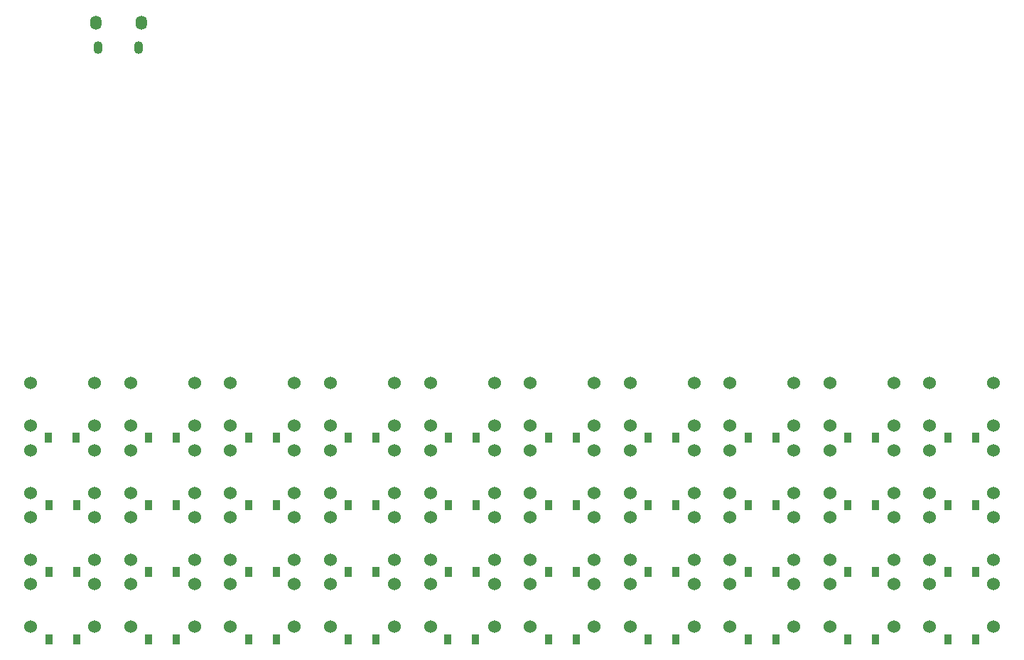
<source format=gbr>
%TF.GenerationSoftware,KiCad,Pcbnew,(6.0.4)*%
%TF.CreationDate,2022-09-18T16:29:30-05:00*%
%TF.ProjectId,Calculator_PCB,43616c63-756c-4617-946f-725f5043422e,rev?*%
%TF.SameCoordinates,Original*%
%TF.FileFunction,Soldermask,Bot*%
%TF.FilePolarity,Negative*%
%FSLAX46Y46*%
G04 Gerber Fmt 4.6, Leading zero omitted, Abs format (unit mm)*
G04 Created by KiCad (PCBNEW (6.0.4)) date 2022-09-18 16:29:30*
%MOMM*%
%LPD*%
G01*
G04 APERTURE LIST*
%ADD10O,1.350000X1.700000*%
%ADD11O,1.100000X1.500000*%
%ADD12C,1.524000*%
%ADD13R,0.900000X1.200000*%
G04 APERTURE END LIST*
D10*
%TO.C,J1*%
X99475000Y-66525000D03*
D11*
X94325000Y-69525000D03*
D10*
X94015000Y-66525000D03*
D11*
X99165000Y-69525000D03*
%TD*%
D12*
%TO.C,SW12*%
X110090000Y-138540000D03*
X117710000Y-138540000D03*
X117710000Y-133460000D03*
X110090000Y-133460000D03*
%TD*%
%TO.C,SW39*%
X201010000Y-130540000D03*
X193390000Y-130540000D03*
X201010000Y-125460000D03*
X193390000Y-125460000D03*
%TD*%
%TO.C,SW2*%
X93910000Y-117460000D03*
X86290000Y-117460000D03*
X86290000Y-122540000D03*
X93910000Y-122540000D03*
%TD*%
%TO.C,SW30*%
X177210000Y-122540000D03*
X169590000Y-122540000D03*
X169590000Y-117460000D03*
X177210000Y-117460000D03*
%TD*%
%TO.C,SW1*%
X93910000Y-114540000D03*
X86290000Y-114540000D03*
X86290000Y-109460000D03*
X93910000Y-109460000D03*
%TD*%
%TO.C,SW4*%
X93910000Y-133460000D03*
X86290000Y-133460000D03*
X93910000Y-138540000D03*
X86290000Y-138540000D03*
%TD*%
%TO.C,SW8*%
X105810000Y-138540000D03*
X98190000Y-138540000D03*
X98190000Y-133460000D03*
X105810000Y-133460000D03*
%TD*%
%TO.C,SW33*%
X189110000Y-109460000D03*
X181490000Y-109460000D03*
X181490000Y-114540000D03*
X189110000Y-114540000D03*
%TD*%
%TO.C,SW26*%
X157690000Y-122540000D03*
X165310000Y-122540000D03*
X165310000Y-117460000D03*
X157690000Y-117460000D03*
%TD*%
%TO.C,SW6*%
X105810000Y-122540000D03*
X98190000Y-122540000D03*
X105810000Y-117460000D03*
X98190000Y-117460000D03*
%TD*%
%TO.C,SW17*%
X141510000Y-109460000D03*
X133890000Y-109460000D03*
X133890000Y-114540000D03*
X141510000Y-114540000D03*
%TD*%
%TO.C,SW11*%
X117710000Y-130540000D03*
X110090000Y-130540000D03*
X117710000Y-125460000D03*
X110090000Y-125460000D03*
%TD*%
%TO.C,SW20*%
X133890000Y-138540000D03*
X141510000Y-138540000D03*
X141510000Y-133460000D03*
X133890000Y-133460000D03*
%TD*%
%TO.C,SW10*%
X117710000Y-122540000D03*
X110090000Y-122540000D03*
X117710000Y-117460000D03*
X110090000Y-117460000D03*
%TD*%
%TO.C,SW23*%
X145790000Y-130540000D03*
X153410000Y-130540000D03*
X153410000Y-125460000D03*
X145790000Y-125460000D03*
%TD*%
%TO.C,SW16*%
X129610000Y-138540000D03*
X121990000Y-138540000D03*
X121990000Y-133460000D03*
X129610000Y-133460000D03*
%TD*%
%TO.C,SW36*%
X189110000Y-138540000D03*
X181490000Y-138540000D03*
X189110000Y-133460000D03*
X181490000Y-133460000D03*
%TD*%
%TO.C,SW28*%
X165310000Y-138540000D03*
X157690000Y-138540000D03*
X157690000Y-133460000D03*
X165310000Y-133460000D03*
%TD*%
%TO.C,SW14*%
X121990000Y-122540000D03*
X129610000Y-122540000D03*
X121990000Y-117460000D03*
X129610000Y-117460000D03*
%TD*%
%TO.C,SW25*%
X157690000Y-114540000D03*
X165310000Y-114540000D03*
X157690000Y-109460000D03*
X165310000Y-109460000D03*
%TD*%
%TO.C,SW3*%
X86290000Y-125460000D03*
X93910000Y-125460000D03*
X93910000Y-130540000D03*
X86290000Y-130540000D03*
%TD*%
%TO.C,SW37*%
X201010000Y-114540000D03*
X193390000Y-114540000D03*
X193390000Y-109460000D03*
X201010000Y-109460000D03*
%TD*%
%TO.C,SW22*%
X153410000Y-122540000D03*
X145790000Y-122540000D03*
X145790000Y-117460000D03*
X153410000Y-117460000D03*
%TD*%
%TO.C,SW34*%
X181490000Y-117460000D03*
X189110000Y-117460000D03*
X181490000Y-122540000D03*
X189110000Y-122540000D03*
%TD*%
%TO.C,SW31*%
X169590000Y-130540000D03*
X177210000Y-130540000D03*
X169590000Y-125460000D03*
X177210000Y-125460000D03*
%TD*%
%TO.C,SW21*%
X153410000Y-109460000D03*
X145790000Y-109460000D03*
X145790000Y-114540000D03*
X153410000Y-114540000D03*
%TD*%
%TO.C,SW38*%
X201010000Y-122540000D03*
X193390000Y-122540000D03*
X201010000Y-117460000D03*
X193390000Y-117460000D03*
%TD*%
%TO.C,SW32*%
X177210000Y-138540000D03*
X169590000Y-138540000D03*
X177210000Y-133460000D03*
X169590000Y-133460000D03*
%TD*%
%TO.C,SW7*%
X105810000Y-130540000D03*
X98190000Y-130540000D03*
X98190000Y-125460000D03*
X105810000Y-125460000D03*
%TD*%
%TO.C,SW9*%
X117710000Y-114540000D03*
X110090000Y-114540000D03*
X117710000Y-109460000D03*
X110090000Y-109460000D03*
%TD*%
%TO.C,SW13*%
X121990000Y-114540000D03*
X129610000Y-114540000D03*
X129610000Y-109460000D03*
X121990000Y-109460000D03*
%TD*%
%TO.C,SW18*%
X133890000Y-122540000D03*
X141510000Y-122540000D03*
X141510000Y-117460000D03*
X133890000Y-117460000D03*
%TD*%
%TO.C,SW15*%
X129610000Y-130540000D03*
X121990000Y-130540000D03*
X129610000Y-125460000D03*
X121990000Y-125460000D03*
%TD*%
%TO.C,SW5*%
X105810000Y-114540000D03*
X98190000Y-114540000D03*
X98190000Y-109460000D03*
X105810000Y-109460000D03*
%TD*%
%TO.C,SW35*%
X189110000Y-130540000D03*
X181490000Y-130540000D03*
X189110000Y-125460000D03*
X181490000Y-125460000D03*
%TD*%
%TO.C,SW27*%
X157690000Y-130540000D03*
X165310000Y-130540000D03*
X165310000Y-125460000D03*
X157690000Y-125460000D03*
%TD*%
%TO.C,SW24*%
X153410000Y-138540000D03*
X145790000Y-138540000D03*
X153410000Y-133460000D03*
X145790000Y-133460000D03*
%TD*%
%TO.C,SW29*%
X169590000Y-114540000D03*
X177210000Y-114540000D03*
X177210000Y-109460000D03*
X169590000Y-109460000D03*
%TD*%
%TO.C,SW40*%
X201010000Y-138540000D03*
X193390000Y-138540000D03*
X201010000Y-133460000D03*
X193390000Y-133460000D03*
%TD*%
%TO.C,SW19*%
X141510000Y-130540000D03*
X133890000Y-130540000D03*
X133890000Y-125460000D03*
X141510000Y-125460000D03*
%TD*%
D13*
%TO.C,D26*%
X159850000Y-124002800D03*
X163150000Y-124002800D03*
%TD*%
%TO.C,D35*%
X183643000Y-132003800D03*
X186943000Y-132003800D03*
%TD*%
%TO.C,D21*%
X147950000Y-116001800D03*
X151250000Y-116001800D03*
%TD*%
%TO.C,D31*%
X171750000Y-132003800D03*
X175050000Y-132003800D03*
%TD*%
%TO.C,D40*%
X195550000Y-140004800D03*
X198850000Y-140004800D03*
%TD*%
%TO.C,D10*%
X112243600Y-124002800D03*
X115543600Y-124002800D03*
%TD*%
%TO.C,D8*%
X100350000Y-140004800D03*
X103650000Y-140004800D03*
%TD*%
%TO.C,D20*%
X135941800Y-140004800D03*
X139241800Y-140004800D03*
%TD*%
%TO.C,D30*%
X171750000Y-124002800D03*
X175050000Y-124002800D03*
%TD*%
%TO.C,D28*%
X159843200Y-140004800D03*
X163143200Y-140004800D03*
%TD*%
%TO.C,D13*%
X124150000Y-116001800D03*
X127450000Y-116001800D03*
%TD*%
%TO.C,D3*%
X88450000Y-132003800D03*
X91750000Y-132003800D03*
%TD*%
%TO.C,D33*%
X183643000Y-116001800D03*
X186943000Y-116001800D03*
%TD*%
%TO.C,D4*%
X88443800Y-140004800D03*
X91743800Y-140004800D03*
%TD*%
%TO.C,D2*%
X88450000Y-124002800D03*
X91750000Y-124002800D03*
%TD*%
%TO.C,D25*%
X159850000Y-116001800D03*
X163150000Y-116001800D03*
%TD*%
%TO.C,D39*%
X195550000Y-132003800D03*
X198850000Y-132003800D03*
%TD*%
%TO.C,D36*%
X183650000Y-140004800D03*
X186950000Y-140004800D03*
%TD*%
%TO.C,D37*%
X195550000Y-116001800D03*
X198850000Y-116001800D03*
%TD*%
%TO.C,D19*%
X136050000Y-132003800D03*
X139350000Y-132003800D03*
%TD*%
%TO.C,D6*%
X100350000Y-124002800D03*
X103650000Y-124002800D03*
%TD*%
%TO.C,D27*%
X159850000Y-132003800D03*
X163150000Y-132003800D03*
%TD*%
%TO.C,D17*%
X136043400Y-116001800D03*
X139343400Y-116001800D03*
%TD*%
%TO.C,D15*%
X124150000Y-132003800D03*
X127450000Y-132003800D03*
%TD*%
%TO.C,D23*%
X147950000Y-132003800D03*
X151250000Y-132003800D03*
%TD*%
%TO.C,D5*%
X100331000Y-116001800D03*
X103631000Y-116001800D03*
%TD*%
%TO.C,D32*%
X171750000Y-140004800D03*
X175050000Y-140004800D03*
%TD*%
%TO.C,D11*%
X112243600Y-132003800D03*
X115543600Y-132003800D03*
%TD*%
%TO.C,D24*%
X147950000Y-140004800D03*
X151250000Y-140004800D03*
%TD*%
%TO.C,D29*%
X171750000Y-116001800D03*
X175050000Y-116001800D03*
%TD*%
%TO.C,D1*%
X88367600Y-116001800D03*
X91667600Y-116001800D03*
%TD*%
%TO.C,D14*%
X124150000Y-124002800D03*
X127450000Y-124002800D03*
%TD*%
%TO.C,D34*%
X183643000Y-124002800D03*
X186943000Y-124002800D03*
%TD*%
%TO.C,D38*%
X195550000Y-124002800D03*
X198850000Y-124002800D03*
%TD*%
%TO.C,D18*%
X136050000Y-124002800D03*
X139350000Y-124002800D03*
%TD*%
%TO.C,D22*%
X147950000Y-124002800D03*
X151250000Y-124002800D03*
%TD*%
%TO.C,D12*%
X112243600Y-140004800D03*
X115543600Y-140004800D03*
%TD*%
%TO.C,D7*%
X100350000Y-132003800D03*
X103650000Y-132003800D03*
%TD*%
%TO.C,D16*%
X124150000Y-140004800D03*
X127450000Y-140004800D03*
%TD*%
%TO.C,D9*%
X112243600Y-116001800D03*
X115543600Y-116001800D03*
%TD*%
M02*

</source>
